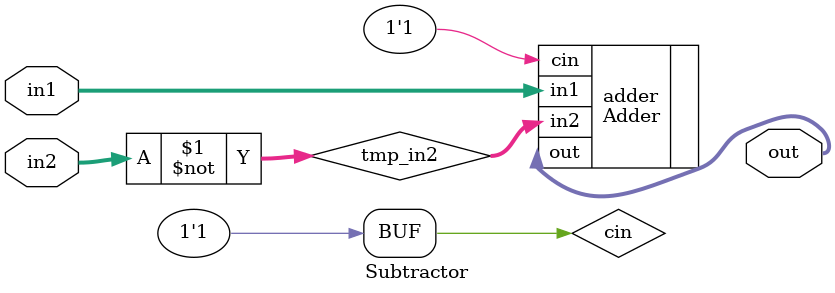
<source format=sv>
`include "adder.sv"

module Subtractor
    #(parameter width = 8)
    (input logic [width-1:0] in1, in2,
    output logic [width-1:0] out
);

    logic [width-1:0] tmp_in2;
    logic cin;

    Adder #(width) adder(
        .in1 (in1),
        .in2 (tmp_in2),
        .cin (cin),
        .out(out)
    );
    assign tmp_in2 = ~in2;
    assign cin = 1;

endmodule
</source>
